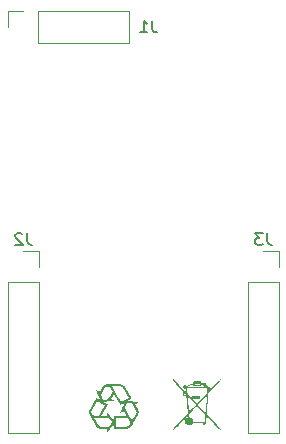
<source format=gbr>
%TF.GenerationSoftware,KiCad,Pcbnew,7.0.9*%
%TF.CreationDate,2024-04-10T11:27:04+02:00*%
%TF.ProjectId,Test_1_PD,54657374-5f31-45f5-9044-2e6b69636164,rev?*%
%TF.SameCoordinates,Original*%
%TF.FileFunction,Legend,Bot*%
%TF.FilePolarity,Positive*%
%FSLAX46Y46*%
G04 Gerber Fmt 4.6, Leading zero omitted, Abs format (unit mm)*
G04 Created by KiCad (PCBNEW 7.0.9) date 2024-04-10 11:27:04*
%MOMM*%
%LPD*%
G01*
G04 APERTURE LIST*
%ADD10C,0.150000*%
%ADD11C,0.120000*%
G04 APERTURE END LIST*
D10*
X82033333Y-116294819D02*
X82033333Y-117009104D01*
X82033333Y-117009104D02*
X82080952Y-117151961D01*
X82080952Y-117151961D02*
X82176190Y-117247200D01*
X82176190Y-117247200D02*
X82319047Y-117294819D01*
X82319047Y-117294819D02*
X82414285Y-117294819D01*
X81033333Y-117294819D02*
X81604761Y-117294819D01*
X81319047Y-117294819D02*
X81319047Y-116294819D01*
X81319047Y-116294819D02*
X81414285Y-116437676D01*
X81414285Y-116437676D02*
X81509523Y-116532914D01*
X81509523Y-116532914D02*
X81604761Y-116580533D01*
X71453333Y-134284819D02*
X71453333Y-134999104D01*
X71453333Y-134999104D02*
X71500952Y-135141961D01*
X71500952Y-135141961D02*
X71596190Y-135237200D01*
X71596190Y-135237200D02*
X71739047Y-135284819D01*
X71739047Y-135284819D02*
X71834285Y-135284819D01*
X71024761Y-134380057D02*
X70977142Y-134332438D01*
X70977142Y-134332438D02*
X70881904Y-134284819D01*
X70881904Y-134284819D02*
X70643809Y-134284819D01*
X70643809Y-134284819D02*
X70548571Y-134332438D01*
X70548571Y-134332438D02*
X70500952Y-134380057D01*
X70500952Y-134380057D02*
X70453333Y-134475295D01*
X70453333Y-134475295D02*
X70453333Y-134570533D01*
X70453333Y-134570533D02*
X70500952Y-134713390D01*
X70500952Y-134713390D02*
X71072380Y-135284819D01*
X71072380Y-135284819D02*
X70453333Y-135284819D01*
X91773333Y-134284819D02*
X91773333Y-134999104D01*
X91773333Y-134999104D02*
X91820952Y-135141961D01*
X91820952Y-135141961D02*
X91916190Y-135237200D01*
X91916190Y-135237200D02*
X92059047Y-135284819D01*
X92059047Y-135284819D02*
X92154285Y-135284819D01*
X91392380Y-134284819D02*
X90773333Y-134284819D01*
X90773333Y-134284819D02*
X91106666Y-134665771D01*
X91106666Y-134665771D02*
X90963809Y-134665771D01*
X90963809Y-134665771D02*
X90868571Y-134713390D01*
X90868571Y-134713390D02*
X90820952Y-134761009D01*
X90820952Y-134761009D02*
X90773333Y-134856247D01*
X90773333Y-134856247D02*
X90773333Y-135094342D01*
X90773333Y-135094342D02*
X90820952Y-135189580D01*
X90820952Y-135189580D02*
X90868571Y-135237200D01*
X90868571Y-135237200D02*
X90963809Y-135284819D01*
X90963809Y-135284819D02*
X91249523Y-135284819D01*
X91249523Y-135284819D02*
X91344761Y-135237200D01*
X91344761Y-135237200D02*
X91392380Y-135189580D01*
D11*
%TO.C,J1*%
X80070000Y-115510000D02*
X80070000Y-118170000D01*
X72390000Y-115510000D02*
X80070000Y-115510000D01*
X72390000Y-115510000D02*
X72390000Y-118170000D01*
X71120000Y-115510000D02*
X69790000Y-115510000D01*
X69790000Y-115510000D02*
X69790000Y-116840000D01*
X72390000Y-118170000D02*
X80070000Y-118170000D01*
%TO.C,G\u002A\u002A\u002A*%
G36*
X80280851Y-148242965D02*
G01*
X80292868Y-148264206D01*
X80297396Y-148272500D01*
X80293871Y-148276740D01*
X80278120Y-148288356D01*
X80251489Y-148305844D01*
X80215845Y-148328022D01*
X80173058Y-148353705D01*
X80124994Y-148381711D01*
X80086473Y-148403951D01*
X80042453Y-148429659D01*
X80005144Y-148451780D01*
X79976412Y-148469194D01*
X79958123Y-148480781D01*
X79952142Y-148485423D01*
X79954912Y-148486019D01*
X79971677Y-148488495D01*
X80002324Y-148492618D01*
X80045372Y-148498200D01*
X80099335Y-148505054D01*
X80162733Y-148512992D01*
X80234080Y-148521826D01*
X80311894Y-148531368D01*
X80394692Y-148541431D01*
X80437976Y-148546684D01*
X80519530Y-148556668D01*
X80595925Y-148566130D01*
X80665584Y-148574869D01*
X80726931Y-148582683D01*
X80778389Y-148589371D01*
X80818382Y-148594731D01*
X80845335Y-148598562D01*
X80857671Y-148600661D01*
X80859410Y-148601135D01*
X80865431Y-148603853D01*
X80866126Y-148608005D01*
X80860009Y-148614673D01*
X80845594Y-148624944D01*
X80821394Y-148639902D01*
X80785922Y-148660632D01*
X80737693Y-148688219D01*
X80728137Y-148693673D01*
X80685667Y-148718225D01*
X80648910Y-148739976D01*
X80619994Y-148757634D01*
X80601047Y-148769902D01*
X80594196Y-148775488D01*
X80594658Y-148776824D01*
X80601210Y-148789454D01*
X80614720Y-148813717D01*
X80634169Y-148847836D01*
X80658541Y-148890036D01*
X80686817Y-148938540D01*
X80717980Y-148991572D01*
X80734710Y-149019958D01*
X80773003Y-149085332D01*
X80804009Y-149139371D01*
X80828528Y-149183991D01*
X80847358Y-149221108D01*
X80861299Y-149252637D01*
X80871151Y-149280497D01*
X80877711Y-149306601D01*
X80881781Y-149332867D01*
X80884158Y-149361211D01*
X80885641Y-149393548D01*
X80885783Y-149407194D01*
X80886188Y-149446269D01*
X80882785Y-149494699D01*
X80874320Y-149539918D01*
X80859757Y-149585107D01*
X80838066Y-149633450D01*
X80808212Y-149688130D01*
X80769162Y-149752328D01*
X80764281Y-149760479D01*
X80751319Y-149782795D01*
X80731918Y-149816569D01*
X80706983Y-149860214D01*
X80677419Y-149912142D01*
X80644130Y-149970766D01*
X80608022Y-150034496D01*
X80570000Y-150101747D01*
X80553999Y-150130075D01*
X80499420Y-150226580D01*
X80451916Y-150310270D01*
X80410777Y-150382256D01*
X80376407Y-150441718D01*
X80375291Y-150443648D01*
X80344750Y-150495556D01*
X80318442Y-150539092D01*
X80295659Y-150575366D01*
X80275689Y-150605489D01*
X80257824Y-150630570D01*
X80241352Y-150651721D01*
X80225563Y-150670053D01*
X80209748Y-150686675D01*
X80193197Y-150702699D01*
X80175199Y-150719235D01*
X80152283Y-150738289D01*
X80103852Y-150771401D01*
X80050595Y-150800707D01*
X79997775Y-150823450D01*
X79950652Y-150836873D01*
X79935420Y-150838343D01*
X79904270Y-150839788D01*
X79858772Y-150841083D01*
X79799941Y-150842217D01*
X79728791Y-150843174D01*
X79646334Y-150843942D01*
X79553587Y-150844508D01*
X79451561Y-150844857D01*
X79341272Y-150844976D01*
X78775813Y-150844976D01*
X78773637Y-150638538D01*
X78771460Y-150432100D01*
X78490144Y-150805611D01*
X78449077Y-150860052D01*
X78399596Y-150925409D01*
X78353676Y-150985800D01*
X78312207Y-151040072D01*
X78276077Y-151087068D01*
X78246173Y-151125635D01*
X78223386Y-151154617D01*
X78208603Y-151172860D01*
X78202712Y-151179208D01*
X78202185Y-151178590D01*
X78200406Y-151166742D01*
X78198870Y-151141657D01*
X78197665Y-151105737D01*
X78196878Y-151061383D01*
X78196597Y-151010996D01*
X78196597Y-150842698D01*
X77945858Y-150848533D01*
X77902208Y-150849492D01*
X77826467Y-150850697D01*
X77763803Y-150850755D01*
X77712077Y-150849419D01*
X77669150Y-150846441D01*
X77632884Y-150841573D01*
X77601141Y-150834569D01*
X77571780Y-150825179D01*
X77542665Y-150813158D01*
X77511655Y-150798256D01*
X77478503Y-150780004D01*
X77435006Y-150749647D01*
X77395001Y-150712628D01*
X77356444Y-150666707D01*
X77317294Y-150609644D01*
X77275508Y-150539198D01*
X77262693Y-150516571D01*
X77237143Y-150471996D01*
X77205856Y-150417875D01*
X77170405Y-150356912D01*
X77132367Y-150291814D01*
X77093315Y-150225286D01*
X77054824Y-150160032D01*
X77023715Y-150107415D01*
X76970531Y-150017277D01*
X76924746Y-149939305D01*
X76908457Y-149911333D01*
X77114953Y-149911333D01*
X77116906Y-149915063D01*
X77125989Y-149930934D01*
X77141462Y-149957520D01*
X77162213Y-149992920D01*
X77187132Y-150035237D01*
X77215108Y-150082569D01*
X77219429Y-150089871D01*
X77255654Y-150151353D01*
X77295397Y-150219191D01*
X77335690Y-150288295D01*
X77373562Y-150353574D01*
X77406047Y-150409939D01*
X77424997Y-150442737D01*
X77457228Y-150496710D01*
X77484633Y-150539156D01*
X77508906Y-150572066D01*
X77531739Y-150597431D01*
X77554825Y-150617244D01*
X77579855Y-150633495D01*
X77608524Y-150648176D01*
X77654350Y-150669663D01*
X78010820Y-150671948D01*
X78367290Y-150674232D01*
X78509681Y-150484544D01*
X78513156Y-150479910D01*
X78550954Y-150428904D01*
X78583813Y-150383453D01*
X78610726Y-150345024D01*
X78630684Y-150315087D01*
X78642677Y-150295110D01*
X78645697Y-150286561D01*
X78946773Y-150286561D01*
X78946773Y-150294575D01*
X78946773Y-150673740D01*
X79409518Y-150673057D01*
X79471827Y-150672946D01*
X79568444Y-150672652D01*
X79650851Y-150672160D01*
X79720384Y-150671394D01*
X79778376Y-150670274D01*
X79826161Y-150668724D01*
X79865074Y-150666664D01*
X79896447Y-150664016D01*
X79921617Y-150660703D01*
X79941916Y-150656646D01*
X79958678Y-150651767D01*
X79973239Y-150645988D01*
X79986931Y-150639231D01*
X79995735Y-150634150D01*
X80029572Y-150609262D01*
X80066772Y-150575331D01*
X80103416Y-150536148D01*
X80135587Y-150495499D01*
X80173964Y-150441718D01*
X80173964Y-150372224D01*
X80173348Y-150342238D01*
X80170652Y-150312066D01*
X80164941Y-150282883D01*
X80155287Y-150252212D01*
X80140758Y-150217579D01*
X80120426Y-150176510D01*
X80093361Y-150126529D01*
X80058634Y-150065161D01*
X79972894Y-149915410D01*
X79459834Y-149915410D01*
X78946773Y-149915410D01*
X78946773Y-150286561D01*
X78645697Y-150286561D01*
X78645494Y-150286296D01*
X78638260Y-150276694D01*
X78622694Y-150255961D01*
X78600116Y-150225859D01*
X78571846Y-150188147D01*
X78539205Y-150144587D01*
X78503512Y-150096938D01*
X78367702Y-149915610D01*
X77741941Y-149913471D01*
X77724110Y-149913410D01*
X77625416Y-149913073D01*
X77531786Y-149912753D01*
X77444468Y-149912455D01*
X77364713Y-149912183D01*
X77293769Y-149911941D01*
X77232886Y-149911733D01*
X77183313Y-149911564D01*
X77146301Y-149911438D01*
X77123097Y-149911360D01*
X77114953Y-149911333D01*
X76908457Y-149911333D01*
X76885726Y-149872299D01*
X76852836Y-149815057D01*
X76825443Y-149766378D01*
X76802911Y-149725060D01*
X76784608Y-149689903D01*
X76769899Y-149659705D01*
X76758150Y-149633265D01*
X76748726Y-149609381D01*
X76740994Y-149586852D01*
X76734319Y-149564477D01*
X76728067Y-149541056D01*
X76727331Y-149538124D01*
X76718998Y-149492355D01*
X76714047Y-149440051D01*
X76713042Y-149402027D01*
X76884054Y-149402027D01*
X76884293Y-149412718D01*
X76890577Y-149460092D01*
X76903982Y-149513115D01*
X76922649Y-149566299D01*
X76944723Y-149614155D01*
X76968346Y-149651194D01*
X76978417Y-149661818D01*
X77009403Y-149684589D01*
X77049764Y-149705944D01*
X77094873Y-149723615D01*
X77140101Y-149735336D01*
X77140603Y-149735426D01*
X77164492Y-149738170D01*
X77201084Y-149740525D01*
X77246881Y-149742352D01*
X77298387Y-149743509D01*
X77352107Y-149743857D01*
X77515730Y-149743540D01*
X77518883Y-149738058D01*
X77724010Y-149738058D01*
X77724524Y-149738471D01*
X77736128Y-149739995D01*
X77761495Y-149741360D01*
X77798602Y-149742512D01*
X77845425Y-149743400D01*
X77899942Y-149743972D01*
X77960128Y-149744174D01*
X78196597Y-149744174D01*
X78196597Y-149576335D01*
X78196598Y-149573246D01*
X78196983Y-149518893D01*
X78198008Y-149473736D01*
X78199592Y-149439553D01*
X78201655Y-149418120D01*
X78204114Y-149411215D01*
X78208231Y-149415617D01*
X78221508Y-149431963D01*
X78242972Y-149459265D01*
X78271728Y-149496360D01*
X78306882Y-149542084D01*
X78347538Y-149595273D01*
X78392804Y-149654762D01*
X78441784Y-149719388D01*
X78493585Y-149787986D01*
X78775537Y-150162038D01*
X78775537Y-149953106D01*
X78775537Y-149744174D01*
X79321862Y-149744174D01*
X79369749Y-149744156D01*
X79460133Y-149744026D01*
X79544879Y-149743779D01*
X79622652Y-149743424D01*
X79692119Y-149742973D01*
X79751947Y-149742437D01*
X79800801Y-149741827D01*
X79837348Y-149741155D01*
X79860254Y-149740430D01*
X79868186Y-149739664D01*
X79865106Y-149733561D01*
X79855056Y-149715244D01*
X79839225Y-149686893D01*
X79818848Y-149650680D01*
X79795161Y-149608778D01*
X79769400Y-149563359D01*
X79742802Y-149516596D01*
X79716601Y-149470661D01*
X79692034Y-149427726D01*
X79670336Y-149389964D01*
X79652744Y-149359548D01*
X79640493Y-149338650D01*
X79634819Y-149329442D01*
X79634246Y-149329456D01*
X79623796Y-149334279D01*
X79601922Y-149345903D01*
X79570751Y-149363156D01*
X79532408Y-149384864D01*
X79489021Y-149409856D01*
X79478305Y-149416062D01*
X79435831Y-149440361D01*
X79398827Y-149461061D01*
X79369437Y-149476993D01*
X79349809Y-149486988D01*
X79342088Y-149489879D01*
X79342198Y-149488734D01*
X79346872Y-149475357D01*
X79358024Y-149447047D01*
X79375647Y-149403826D01*
X79399732Y-149345714D01*
X79430269Y-149272733D01*
X79467250Y-149184904D01*
X79507670Y-149089329D01*
X79699794Y-149089329D01*
X79980343Y-149573718D01*
X80004294Y-149615107D01*
X80051684Y-149697225D01*
X80076087Y-149739664D01*
X80096970Y-149775982D01*
X80139389Y-149850037D01*
X80178179Y-149918048D01*
X80212578Y-149978673D01*
X80241823Y-150030571D01*
X80265152Y-150072399D01*
X80281802Y-150102815D01*
X80291011Y-150120479D01*
X80321130Y-150182852D01*
X80438830Y-149973706D01*
X80469995Y-149918510D01*
X80505143Y-149856635D01*
X80539750Y-149796060D01*
X80571963Y-149740020D01*
X80599928Y-149691748D01*
X80621791Y-149654479D01*
X80632229Y-149636665D01*
X80655596Y-149595312D01*
X80676189Y-149556927D01*
X80692086Y-149525151D01*
X80701365Y-149503628D01*
X80710684Y-149468002D01*
X80715232Y-149407194D01*
X80707466Y-149345099D01*
X80702126Y-149332010D01*
X80689420Y-149306549D01*
X80670473Y-149270798D01*
X80646367Y-149226640D01*
X80618185Y-149175954D01*
X80587009Y-149120623D01*
X80553919Y-149062526D01*
X80520000Y-149003546D01*
X80486331Y-148945563D01*
X80453996Y-148890459D01*
X80424077Y-148840114D01*
X80397654Y-148796410D01*
X80375811Y-148761227D01*
X80359629Y-148736447D01*
X80350191Y-148723951D01*
X80347962Y-148722215D01*
X80336500Y-148717446D01*
X80315960Y-148712363D01*
X80284910Y-148706724D01*
X80241918Y-148700288D01*
X80185553Y-148692811D01*
X80114383Y-148684052D01*
X80062214Y-148677984D01*
X80004496Y-148671791D01*
X79956171Y-148667216D01*
X79918929Y-148664402D01*
X79894462Y-148663491D01*
X79884465Y-148664628D01*
X79884240Y-148664896D01*
X79878688Y-148675425D01*
X79867789Y-148698791D01*
X79852433Y-148732992D01*
X79833508Y-148776031D01*
X79811901Y-148825906D01*
X79788502Y-148880620D01*
X79699794Y-149089329D01*
X79507670Y-149089329D01*
X79510665Y-149082248D01*
X79560507Y-148964785D01*
X79616766Y-148832537D01*
X79679433Y-148685526D01*
X79704934Y-148625754D01*
X79652565Y-148655041D01*
X79637429Y-148663580D01*
X79605179Y-148681983D01*
X79564956Y-148705102D01*
X79520436Y-148730820D01*
X79475299Y-148757022D01*
X79466437Y-148762168D01*
X79420545Y-148788289D01*
X79386617Y-148806433D01*
X79363142Y-148817311D01*
X79348608Y-148821637D01*
X79341506Y-148820123D01*
X79341065Y-148819554D01*
X79334091Y-148808449D01*
X79319854Y-148784656D01*
X79299071Y-148749406D01*
X79272459Y-148703927D01*
X79240734Y-148649449D01*
X79204611Y-148587201D01*
X79164807Y-148518412D01*
X79122038Y-148444313D01*
X79077021Y-148366132D01*
X79069616Y-148353258D01*
X79024700Y-148275182D01*
X78982037Y-148201053D01*
X78942362Y-148132144D01*
X78906408Y-148069730D01*
X78874911Y-148015084D01*
X78848603Y-147969481D01*
X78828221Y-147934194D01*
X78814497Y-147910498D01*
X78808167Y-147899667D01*
X78794903Y-147877600D01*
X78695437Y-148050517D01*
X78677469Y-148081733D01*
X78649357Y-148130479D01*
X78623683Y-148174895D01*
X78601867Y-148212526D01*
X78585329Y-148240919D01*
X78575491Y-148257623D01*
X78555009Y-148291811D01*
X78614310Y-148326081D01*
X78668407Y-148357354D01*
X78720373Y-148387480D01*
X78760673Y-148411047D01*
X78790638Y-148428920D01*
X78811595Y-148441965D01*
X78824877Y-148451046D01*
X78831812Y-148457029D01*
X78833729Y-148460781D01*
X78831960Y-148463165D01*
X78827833Y-148465048D01*
X78823010Y-148466127D01*
X78802997Y-148469316D01*
X78769250Y-148474107D01*
X78723295Y-148480302D01*
X78666655Y-148487702D01*
X78600856Y-148496108D01*
X78527423Y-148505323D01*
X78447882Y-148515149D01*
X78363756Y-148525387D01*
X78309358Y-148531966D01*
X78228845Y-148541738D01*
X78154289Y-148550825D01*
X78087152Y-148559049D01*
X78028895Y-148566228D01*
X77980981Y-148572182D01*
X77944872Y-148576731D01*
X77922031Y-148579694D01*
X77913919Y-148580891D01*
X77917743Y-148583550D01*
X77933806Y-148593340D01*
X77960665Y-148609270D01*
X77996431Y-148630230D01*
X78039219Y-148655110D01*
X78087142Y-148682801D01*
X78124123Y-148704191D01*
X78168836Y-148730301D01*
X78207193Y-148752982D01*
X78237245Y-148771069D01*
X78257039Y-148783397D01*
X78264624Y-148788801D01*
X78263983Y-148790745D01*
X78256908Y-148804697D01*
X78242603Y-148831021D01*
X78231061Y-148851775D01*
X78221735Y-148868544D01*
X78194968Y-148916092D01*
X78162967Y-148972489D01*
X78126399Y-149036561D01*
X78085929Y-149107134D01*
X78042221Y-149183032D01*
X77995942Y-149263082D01*
X77974321Y-149300425D01*
X77929035Y-149378762D01*
X77886543Y-149452419D01*
X77847521Y-149520219D01*
X77812642Y-149580984D01*
X77782582Y-149633536D01*
X77758014Y-149676698D01*
X77739614Y-149709291D01*
X77728054Y-149730137D01*
X77724010Y-149738058D01*
X77518883Y-149738058D01*
X77771446Y-149299000D01*
X77781146Y-149282132D01*
X77825388Y-149205049D01*
X77866906Y-149132480D01*
X77905021Y-149065626D01*
X77939054Y-149005688D01*
X77968325Y-148953867D01*
X77992157Y-148911364D01*
X78009869Y-148879380D01*
X78020784Y-148859117D01*
X78024222Y-148851775D01*
X78022418Y-148850502D01*
X78008846Y-148842186D01*
X77983716Y-148827336D01*
X77948742Y-148806931D01*
X77905634Y-148781949D01*
X77856106Y-148753371D01*
X77801869Y-148722176D01*
X77744634Y-148689342D01*
X77686115Y-148655849D01*
X77628023Y-148622676D01*
X77572070Y-148590802D01*
X77519968Y-148561207D01*
X77473430Y-148534869D01*
X77434167Y-148512769D01*
X77403892Y-148495884D01*
X77384315Y-148485195D01*
X77377151Y-148481681D01*
X77376735Y-148482160D01*
X77369292Y-148493476D01*
X77354887Y-148517262D01*
X77334402Y-148551962D01*
X77308721Y-148596021D01*
X77278729Y-148647883D01*
X77245308Y-148705991D01*
X77209344Y-148768791D01*
X77171719Y-148834726D01*
X77133317Y-148902240D01*
X77095022Y-148969779D01*
X77057717Y-149035785D01*
X77022287Y-149098703D01*
X76989615Y-149156977D01*
X76960585Y-149209052D01*
X76936081Y-149253371D01*
X76916986Y-149288379D01*
X76904184Y-149312520D01*
X76898559Y-149324238D01*
X76894594Y-149337022D01*
X76887136Y-149371267D01*
X76884054Y-149402027D01*
X76713042Y-149402027D01*
X76712640Y-149386797D01*
X76714937Y-149338177D01*
X76721100Y-149299776D01*
X76723058Y-149292452D01*
X76727060Y-149279088D01*
X76732114Y-149264813D01*
X76738813Y-149248528D01*
X76747751Y-149229131D01*
X76759521Y-149205524D01*
X76774718Y-149176606D01*
X76793934Y-149141277D01*
X76817763Y-149098436D01*
X76846799Y-149046985D01*
X76881636Y-148985822D01*
X76922866Y-148913848D01*
X76971084Y-148829963D01*
X77026883Y-148733066D01*
X77047209Y-148697785D01*
X77092644Y-148618903D01*
X77135497Y-148544482D01*
X77175071Y-148475732D01*
X77210672Y-148413861D01*
X77241605Y-148360076D01*
X77267174Y-148315587D01*
X77286685Y-148281602D01*
X77299442Y-148259329D01*
X77304750Y-148249977D01*
X77306592Y-148247534D01*
X77311906Y-148245555D01*
X77321299Y-148247173D01*
X77336431Y-148253174D01*
X77358959Y-148264347D01*
X77390540Y-148281477D01*
X77432831Y-148305353D01*
X77487492Y-148336761D01*
X77525445Y-148358574D01*
X77569978Y-148383912D01*
X77608139Y-148405335D01*
X77637998Y-148421769D01*
X77657623Y-148432143D01*
X77665085Y-148435385D01*
X77663709Y-148430969D01*
X77656686Y-148412926D01*
X77644244Y-148382227D01*
X77626942Y-148340214D01*
X77605338Y-148288231D01*
X77579991Y-148227620D01*
X77551460Y-148159727D01*
X77520304Y-148085892D01*
X77487081Y-148007461D01*
X77475004Y-147978945D01*
X77666909Y-147978945D01*
X77757916Y-148192924D01*
X77848924Y-148406902D01*
X77882102Y-148405854D01*
X77892188Y-148405183D01*
X77918891Y-148402630D01*
X77957272Y-148398484D01*
X78004647Y-148393049D01*
X78058337Y-148386626D01*
X78115660Y-148379517D01*
X78316039Y-148354230D01*
X78480804Y-148068672D01*
X78490795Y-148051356D01*
X78527362Y-147987994D01*
X78561977Y-147928028D01*
X78593609Y-147873245D01*
X78621223Y-147825435D01*
X78643788Y-147786386D01*
X78660270Y-147757886D01*
X78669636Y-147741724D01*
X78693704Y-147700334D01*
X78616381Y-147566411D01*
X78611776Y-147558466D01*
X78570518Y-147490676D01*
X78532762Y-147435894D01*
X78496607Y-147392033D01*
X78460155Y-147357003D01*
X78421506Y-147328715D01*
X78378761Y-147305080D01*
X78354002Y-147293567D01*
X78331264Y-147285159D01*
X78308554Y-147280451D01*
X78280428Y-147278362D01*
X78241444Y-147277812D01*
X78212535Y-147277932D01*
X78181454Y-147279308D01*
X78157968Y-147282917D01*
X78136951Y-147289664D01*
X78113282Y-147300455D01*
X78092815Y-147311067D01*
X78073626Y-147322821D01*
X78055546Y-147336671D01*
X78037583Y-147353975D01*
X78018747Y-147376090D01*
X77998045Y-147404373D01*
X77974488Y-147440183D01*
X77947082Y-147484878D01*
X77914837Y-147539814D01*
X77876762Y-147606349D01*
X77831865Y-147685841D01*
X77666909Y-147978945D01*
X77475004Y-147978945D01*
X77462185Y-147948679D01*
X77430486Y-147873478D01*
X77401302Y-147803838D01*
X77375188Y-147741109D01*
X77352701Y-147686637D01*
X77334397Y-147641771D01*
X77320830Y-147607859D01*
X77312557Y-147586249D01*
X77310133Y-147578289D01*
X77310593Y-147578216D01*
X77320794Y-147582428D01*
X77342460Y-147593534D01*
X77373418Y-147610359D01*
X77411495Y-147631726D01*
X77454518Y-147656459D01*
X77462745Y-147661238D01*
X77504941Y-147685682D01*
X77541665Y-147706839D01*
X77570763Y-147723477D01*
X77590081Y-147734364D01*
X77597467Y-147738267D01*
X77599194Y-147735777D01*
X77607898Y-147721233D01*
X77623052Y-147695149D01*
X77643693Y-147659201D01*
X77668861Y-147615066D01*
X77697595Y-147564418D01*
X77728935Y-147508934D01*
X77764561Y-147445907D01*
X77794275Y-147393941D01*
X77818491Y-147352618D01*
X77838419Y-147320106D01*
X77855268Y-147294572D01*
X77869404Y-147275335D01*
X78638570Y-147275335D01*
X78668388Y-147314732D01*
X78674193Y-147323383D01*
X78688467Y-147346370D01*
X78709710Y-147381560D01*
X78737275Y-147427849D01*
X78770514Y-147484133D01*
X78808779Y-147549309D01*
X78851424Y-147622274D01*
X78896874Y-147700334D01*
X78897800Y-147701924D01*
X78947260Y-147787156D01*
X78999157Y-147876865D01*
X79052843Y-147969949D01*
X79097661Y-148047717D01*
X79148770Y-148136259D01*
X79197078Y-148219795D01*
X79241993Y-148297308D01*
X79282924Y-148367784D01*
X79319280Y-148430209D01*
X79350469Y-148483566D01*
X79375900Y-148526842D01*
X79394982Y-148559022D01*
X79407124Y-148579089D01*
X79411734Y-148586031D01*
X79413038Y-148585592D01*
X79425621Y-148579139D01*
X79449910Y-148565763D01*
X79484182Y-148546466D01*
X79526713Y-148522249D01*
X79575779Y-148494115D01*
X79629657Y-148463065D01*
X79686623Y-148430103D01*
X79744953Y-148396231D01*
X79802923Y-148362449D01*
X79858810Y-148329762D01*
X79910889Y-148299170D01*
X79957438Y-148271675D01*
X79996733Y-148248281D01*
X80027049Y-148229989D01*
X80046663Y-148217801D01*
X80053851Y-148212719D01*
X80053832Y-148212104D01*
X80049006Y-148200913D01*
X80036868Y-148177516D01*
X80018299Y-148143429D01*
X79994184Y-148100166D01*
X79965403Y-148049242D01*
X79932839Y-147992172D01*
X79897376Y-147930470D01*
X79859894Y-147865651D01*
X79821278Y-147799230D01*
X79782409Y-147732722D01*
X79744170Y-147667640D01*
X79707443Y-147605500D01*
X79673112Y-147547817D01*
X79642057Y-147496104D01*
X79615162Y-147451878D01*
X79593310Y-147416652D01*
X79577382Y-147391941D01*
X79568262Y-147379261D01*
X79534288Y-147346657D01*
X79485564Y-147315293D01*
X79426893Y-147292174D01*
X79356583Y-147276661D01*
X79272937Y-147268118D01*
X79259998Y-147267541D01*
X79223418Y-147266737D01*
X79174669Y-147266380D01*
X79116498Y-147266460D01*
X79051654Y-147266970D01*
X78982887Y-147267900D01*
X78912944Y-147269243D01*
X78638570Y-147275335D01*
X77869404Y-147275335D01*
X77870250Y-147274184D01*
X77884573Y-147257111D01*
X77899448Y-147241520D01*
X77916086Y-147225579D01*
X77921814Y-147220332D01*
X77957238Y-147191023D01*
X77994530Y-147164421D01*
X78027249Y-147145185D01*
X78033617Y-147142033D01*
X78052062Y-147133061D01*
X78069389Y-147125292D01*
X78086842Y-147118638D01*
X78105667Y-147113012D01*
X78127107Y-147108329D01*
X78152408Y-147104502D01*
X78182814Y-147101443D01*
X78219571Y-147099067D01*
X78263922Y-147097288D01*
X78317113Y-147096017D01*
X78380388Y-147095169D01*
X78454993Y-147094658D01*
X78542171Y-147094396D01*
X78643169Y-147094298D01*
X78759229Y-147094276D01*
X78850939Y-147094342D01*
X78959727Y-147094643D01*
X79058330Y-147095175D01*
X79145874Y-147095927D01*
X79221485Y-147096887D01*
X79284287Y-147098043D01*
X79333406Y-147099385D01*
X79367966Y-147100900D01*
X79387094Y-147102577D01*
X79403089Y-147105284D01*
X79492834Y-147127947D01*
X79573223Y-147161455D01*
X79642758Y-147205066D01*
X79699942Y-147258034D01*
X79705563Y-147265156D01*
X79721963Y-147289030D01*
X79745651Y-147326028D01*
X79776190Y-147375428D01*
X79813146Y-147436506D01*
X79856081Y-147508537D01*
X79904559Y-147590798D01*
X79958145Y-147682565D01*
X80016401Y-147783114D01*
X80043540Y-147830134D01*
X80089147Y-147909211D01*
X80131973Y-147983540D01*
X80171346Y-148051949D01*
X80206593Y-148113268D01*
X80237041Y-148166324D01*
X80262018Y-148209947D01*
X80263599Y-148212719D01*
X80280851Y-148242965D01*
G37*
G36*
X86247811Y-147003895D02*
G01*
X86328438Y-147022727D01*
X86462965Y-147013150D01*
X86500142Y-147008295D01*
X86575734Y-147004041D01*
X86608112Y-147020116D01*
X86614973Y-147062233D01*
X86617579Y-147083265D01*
X86636896Y-147121463D01*
X86659231Y-147165628D01*
X86735354Y-147249590D01*
X86824751Y-147314853D01*
X86853558Y-147324140D01*
X86906222Y-147341118D01*
X86943565Y-147345887D01*
X86985138Y-147378347D01*
X86975095Y-147420946D01*
X86925800Y-147442990D01*
X86912099Y-147449117D01*
X86904214Y-147450411D01*
X86848506Y-147482525D01*
X86826145Y-147561840D01*
X86816594Y-147663712D01*
X86943024Y-147527883D01*
X86992370Y-147474906D01*
X87218298Y-147233672D01*
X87403032Y-147039142D01*
X87549983Y-146888043D01*
X87662564Y-146777099D01*
X87744188Y-146703034D01*
X87798266Y-146662574D01*
X87828210Y-146652442D01*
X87837433Y-146669364D01*
X87835411Y-146683273D01*
X87808192Y-146739134D01*
X87746378Y-146824624D01*
X87646387Y-146944110D01*
X87504632Y-147101958D01*
X87317529Y-147302535D01*
X86797624Y-147853053D01*
X86783275Y-148034775D01*
X86738067Y-148607313D01*
X86730996Y-148696309D01*
X86712983Y-148918196D01*
X86696135Y-149119278D01*
X86681463Y-149287828D01*
X86669981Y-149412119D01*
X86662701Y-149480423D01*
X86660908Y-149495558D01*
X86660553Y-149532922D01*
X86670625Y-149572297D01*
X86696341Y-149620406D01*
X86722878Y-149656624D01*
X86742918Y-149683975D01*
X86815572Y-149769727D01*
X86919519Y-149884385D01*
X87059977Y-150034674D01*
X87242162Y-150227318D01*
X87397853Y-150392758D01*
X87564944Y-150574510D01*
X87689132Y-150715858D01*
X87773732Y-150820756D01*
X87822060Y-150893156D01*
X87837433Y-150937013D01*
X87837015Y-150943371D01*
X87826999Y-150955422D01*
X87800850Y-150946137D01*
X87754863Y-150911910D01*
X87685333Y-150849137D01*
X87588555Y-150754213D01*
X87460826Y-150623534D01*
X87298440Y-150453494D01*
X87097693Y-150240490D01*
X86854881Y-149980915D01*
X86830790Y-149955456D01*
X86746535Y-149872369D01*
X86682951Y-149818789D01*
X86652279Y-149805328D01*
X86639373Y-149845376D01*
X86624069Y-149934196D01*
X86610002Y-150051895D01*
X86606902Y-150083303D01*
X86586747Y-150272239D01*
X86567899Y-150404691D01*
X86547115Y-150490529D01*
X86521152Y-150539623D01*
X86486767Y-150561841D01*
X86440716Y-150567054D01*
X86391247Y-150564069D01*
X86351877Y-150537457D01*
X86343315Y-150465182D01*
X86343315Y-150363311D01*
X85921462Y-150363311D01*
X85499609Y-150363311D01*
X85397738Y-150465182D01*
X85286782Y-150541363D01*
X85156305Y-150568904D01*
X85029183Y-150545400D01*
X84920145Y-150476836D01*
X84843922Y-150369198D01*
X84815241Y-150228470D01*
X84816280Y-150202835D01*
X84850761Y-150074312D01*
X84923447Y-149967270D01*
X85019870Y-149904607D01*
X85025034Y-149902654D01*
X85065190Y-149862131D01*
X85087577Y-149799997D01*
X85086795Y-149743060D01*
X85057442Y-149718124D01*
X85032054Y-149737256D01*
X84965333Y-149799699D01*
X84864387Y-149899195D01*
X84735729Y-150029225D01*
X84585869Y-150183273D01*
X84421320Y-150354821D01*
X84273721Y-150509250D01*
X84122224Y-150666678D01*
X83991474Y-150801399D01*
X83887961Y-150906765D01*
X83818176Y-150976127D01*
X83788611Y-151002838D01*
X83772990Y-150995728D01*
X83762567Y-150945073D01*
X83769757Y-150921272D01*
X83806072Y-150863835D01*
X83875359Y-150776145D01*
X83980205Y-150655323D01*
X84123200Y-150498487D01*
X84306933Y-150302758D01*
X84533994Y-150065254D01*
X84806971Y-149783096D01*
X85011818Y-149572279D01*
X85149150Y-149572279D01*
X85172815Y-149730094D01*
X85186746Y-149803707D01*
X85214475Y-149869024D01*
X85255910Y-149887910D01*
X85321779Y-149910303D01*
X85401589Y-149976367D01*
X85467971Y-150064754D01*
X85500872Y-150153707D01*
X85511364Y-150244461D01*
X85995960Y-150253886D01*
X86149624Y-150256095D01*
X86307769Y-150255199D01*
X86412378Y-150249247D01*
X86471695Y-150237678D01*
X86493969Y-150219929D01*
X86495129Y-150215518D01*
X86504454Y-150153482D01*
X86515640Y-150047095D01*
X86526516Y-149916585D01*
X86545650Y-149656624D01*
X86176514Y-149271398D01*
X86097873Y-149190032D01*
X85980982Y-149071949D01*
X85886124Y-148979705D01*
X85821472Y-148921170D01*
X85795199Y-148904214D01*
X85792930Y-148907026D01*
X85756483Y-148946388D01*
X85683754Y-149022580D01*
X85583902Y-149126055D01*
X85466085Y-149247268D01*
X85149150Y-149572279D01*
X85011818Y-149572279D01*
X85057298Y-149525474D01*
X85003799Y-148836919D01*
X85000173Y-148790715D01*
X84983082Y-148584656D01*
X84966621Y-148403732D01*
X84951859Y-148258592D01*
X84939863Y-148159888D01*
X84935649Y-148138395D01*
X85060092Y-148138395D01*
X85064244Y-148227035D01*
X85072562Y-148362355D01*
X85084386Y-148533627D01*
X85099054Y-148730125D01*
X85114181Y-148917959D01*
X85129501Y-149092297D01*
X85143137Y-149231742D01*
X85154014Y-149325345D01*
X85161058Y-149362159D01*
X85161105Y-149362202D01*
X85189372Y-149344895D01*
X85255162Y-149287855D01*
X85348713Y-149199958D01*
X85460263Y-149090080D01*
X85744209Y-148804652D01*
X85893665Y-148804652D01*
X86141808Y-149066134D01*
X86215138Y-149143463D01*
X86322527Y-149256912D01*
X86411204Y-149350830D01*
X86467135Y-149410367D01*
X86494896Y-149438609D01*
X86538088Y-149466653D01*
X86559565Y-149444324D01*
X86566730Y-149399968D01*
X86577645Y-149301044D01*
X86591032Y-149160638D01*
X86605939Y-148990875D01*
X86621414Y-148803879D01*
X86636507Y-148611774D01*
X86650267Y-148426687D01*
X86661742Y-148260742D01*
X86669981Y-148126063D01*
X86674033Y-148034775D01*
X86672948Y-147999003D01*
X86658494Y-148008548D01*
X86604248Y-148059091D01*
X86517408Y-148145799D01*
X86405864Y-148260751D01*
X86277505Y-148396027D01*
X85894564Y-148803695D01*
X85893665Y-148804652D01*
X85744209Y-148804652D01*
X85745161Y-148803695D01*
X85407540Y-148452824D01*
X85358040Y-148401541D01*
X85243392Y-148284093D01*
X85149897Y-148190191D01*
X85086123Y-148128373D01*
X85060639Y-148107176D01*
X85060092Y-148138395D01*
X84935649Y-148138395D01*
X84931703Y-148118270D01*
X84924818Y-148111999D01*
X84867001Y-148095000D01*
X84776263Y-148088177D01*
X84639422Y-148088177D01*
X84650928Y-147882242D01*
X84651160Y-147878081D01*
X84747326Y-147878081D01*
X84751286Y-147941446D01*
X84778511Y-147978640D01*
X84849198Y-147986305D01*
X84850260Y-147986305D01*
X84921494Y-147983148D01*
X84951069Y-147975680D01*
X84948072Y-147970253D01*
X84912341Y-147930252D01*
X84849198Y-147867455D01*
X84747326Y-147769856D01*
X84747326Y-147878081D01*
X84651160Y-147878081D01*
X84662433Y-147676306D01*
X84212500Y-147199925D01*
X84070910Y-147046894D01*
X83946212Y-146905856D01*
X83848721Y-146788707D01*
X83785239Y-146703629D01*
X83762567Y-146658801D01*
X83767068Y-146622711D01*
X83788035Y-146597162D01*
X83797464Y-146603664D01*
X83847596Y-146650406D01*
X83933619Y-146736232D01*
X84048590Y-146854067D01*
X84185569Y-146996834D01*
X84337615Y-147157457D01*
X84415025Y-147239432D01*
X84560582Y-147391750D01*
X84687767Y-147522466D01*
X84789613Y-147624543D01*
X84859153Y-147690949D01*
X84889420Y-147714648D01*
X84893040Y-147713629D01*
X84910152Y-147674375D01*
X84911520Y-147658931D01*
X85018984Y-147658931D01*
X85018988Y-147666958D01*
X85022542Y-147786692D01*
X85040085Y-147868848D01*
X85082407Y-147942174D01*
X85110397Y-147975680D01*
X85160299Y-148035415D01*
X85209892Y-148090427D01*
X85270910Y-148148662D01*
X85307887Y-148163605D01*
X85331772Y-148142067D01*
X85342530Y-148128132D01*
X85380095Y-148108266D01*
X85449913Y-148096045D01*
X85563850Y-148089879D01*
X85733773Y-148088177D01*
X86105615Y-148088177D01*
X86105615Y-148207027D01*
X86105615Y-148325878D01*
X85778375Y-148325878D01*
X85451134Y-148325878D01*
X85616421Y-148504153D01*
X85623250Y-148511506D01*
X85706635Y-148599387D01*
X85771273Y-148664193D01*
X85803666Y-148692359D01*
X85804205Y-148692464D01*
X85835966Y-148669295D01*
X85906111Y-148604438D01*
X86007071Y-148505313D01*
X86131281Y-148379339D01*
X86271175Y-148233936D01*
X86355711Y-148145012D01*
X86488711Y-148003868D01*
X86584231Y-147898634D01*
X86648476Y-147820544D01*
X86687650Y-147760830D01*
X86707957Y-147710727D01*
X86715601Y-147661468D01*
X86716786Y-147604287D01*
X86716845Y-147442990D01*
X85867914Y-147442990D01*
X85018984Y-147442990D01*
X85018984Y-147658931D01*
X84911520Y-147658931D01*
X84917112Y-147595797D01*
X84913353Y-147527472D01*
X84890503Y-147486274D01*
X84834645Y-147476947D01*
X84770710Y-147467896D01*
X84691050Y-147418801D01*
X84653398Y-147343087D01*
X84657789Y-147309294D01*
X85079361Y-147309294D01*
X85090419Y-147322515D01*
X85129610Y-147331450D01*
X85204889Y-147336938D01*
X85324213Y-147339820D01*
X85495539Y-147340934D01*
X85726823Y-147341118D01*
X86411230Y-147341118D01*
X86411230Y-147324140D01*
X86614973Y-147324140D01*
X86631952Y-147341118D01*
X86648930Y-147324140D01*
X86631952Y-147307161D01*
X86614973Y-147324140D01*
X86411230Y-147324140D01*
X86411230Y-147259858D01*
X86406473Y-147222894D01*
X86356361Y-147159411D01*
X86255645Y-147137375D01*
X86233243Y-147143259D01*
X86207487Y-147188311D01*
X86205880Y-147198911D01*
X86184076Y-147219071D01*
X86127928Y-147231397D01*
X86026264Y-147237563D01*
X85867914Y-147239247D01*
X85849728Y-147239241D01*
X85701250Y-147238071D01*
X85607164Y-147233154D01*
X85555179Y-147222030D01*
X85533003Y-147202243D01*
X85528342Y-147171332D01*
X85523124Y-147131910D01*
X85500434Y-147103418D01*
X85630214Y-147103418D01*
X85630264Y-147104156D01*
X85664109Y-147121224D01*
X85750924Y-147132771D01*
X85876404Y-147136855D01*
X85900861Y-147136730D01*
X86020471Y-147132377D01*
X86076288Y-147121463D01*
X86071658Y-147103418D01*
X86030039Y-147088337D01*
X85942858Y-147075642D01*
X85838001Y-147070803D01*
X85736753Y-147073819D01*
X85660396Y-147084691D01*
X85630214Y-147103418D01*
X85500434Y-147103418D01*
X85472320Y-147106450D01*
X85378060Y-147133364D01*
X85266509Y-147178407D01*
X85165296Y-147229666D01*
X85102047Y-147275226D01*
X85088478Y-147290950D01*
X85079361Y-147309294D01*
X84657789Y-147309294D01*
X84664311Y-147259101D01*
X84730348Y-147185188D01*
X84774367Y-147158862D01*
X84829287Y-147148478D01*
X84892142Y-147179952D01*
X84900642Y-147185443D01*
X84953862Y-147209854D01*
X85005455Y-147200142D01*
X85082889Y-147152332D01*
X85117181Y-147131254D01*
X85236411Y-147075586D01*
X85362539Y-147034548D01*
X85390787Y-147027575D01*
X85478193Y-146999079D01*
X85518551Y-146964994D01*
X85521739Y-146948149D01*
X85678474Y-146948149D01*
X85681150Y-146953918D01*
X85774161Y-146965472D01*
X85889788Y-146973203D01*
X85996644Y-146974878D01*
X86075127Y-146970256D01*
X86105636Y-146959100D01*
X86105069Y-146957381D01*
X86066368Y-146946082D01*
X85978865Y-146939232D01*
X85859425Y-146938256D01*
X85832130Y-146938847D01*
X85732528Y-146942798D01*
X85678474Y-146948149D01*
X85521739Y-146948149D01*
X85528342Y-146913266D01*
X85528558Y-146896061D01*
X85534983Y-146864978D01*
X85559734Y-146845981D01*
X85615208Y-146836097D01*
X85713803Y-146832348D01*
X85867914Y-146831760D01*
X85938856Y-146831811D01*
X86068620Y-146833348D01*
X86147969Y-146839271D01*
X86189299Y-146852546D01*
X86205006Y-146876140D01*
X86207487Y-146913020D01*
X86211739Y-146952993D01*
X86216067Y-146959100D01*
X86247811Y-147003895D01*
G37*
%TO.C,J2*%
X72450000Y-151190000D02*
X69790000Y-151190000D01*
X72450000Y-138430000D02*
X72450000Y-151190000D01*
X72450000Y-138430000D02*
X69790000Y-138430000D01*
X72450000Y-137160000D02*
X72450000Y-135830000D01*
X72450000Y-135830000D02*
X71120000Y-135830000D01*
X69790000Y-138430000D02*
X69790000Y-151190000D01*
%TO.C,J3*%
X92770000Y-151190000D02*
X90110000Y-151190000D01*
X92770000Y-138430000D02*
X92770000Y-151190000D01*
X92770000Y-138430000D02*
X90110000Y-138430000D01*
X92770000Y-137160000D02*
X92770000Y-135830000D01*
X92770000Y-135830000D02*
X91440000Y-135830000D01*
X90110000Y-138430000D02*
X90110000Y-151190000D01*
%TD*%
M02*

</source>
